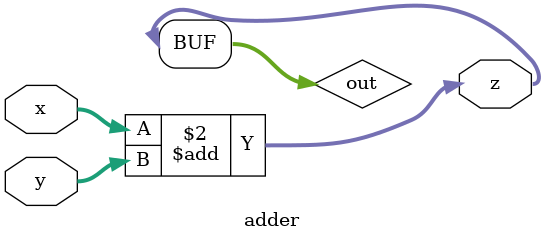
<source format=v>
`timescale 1ns/1ns
module adder(z,x,y);
input [15:0] x;
input [15:0] y;
output [15:0] z;
reg [15:0] out;
assign z=out;
always @(*) begin
out=x+y;
end
endmodule

</source>
